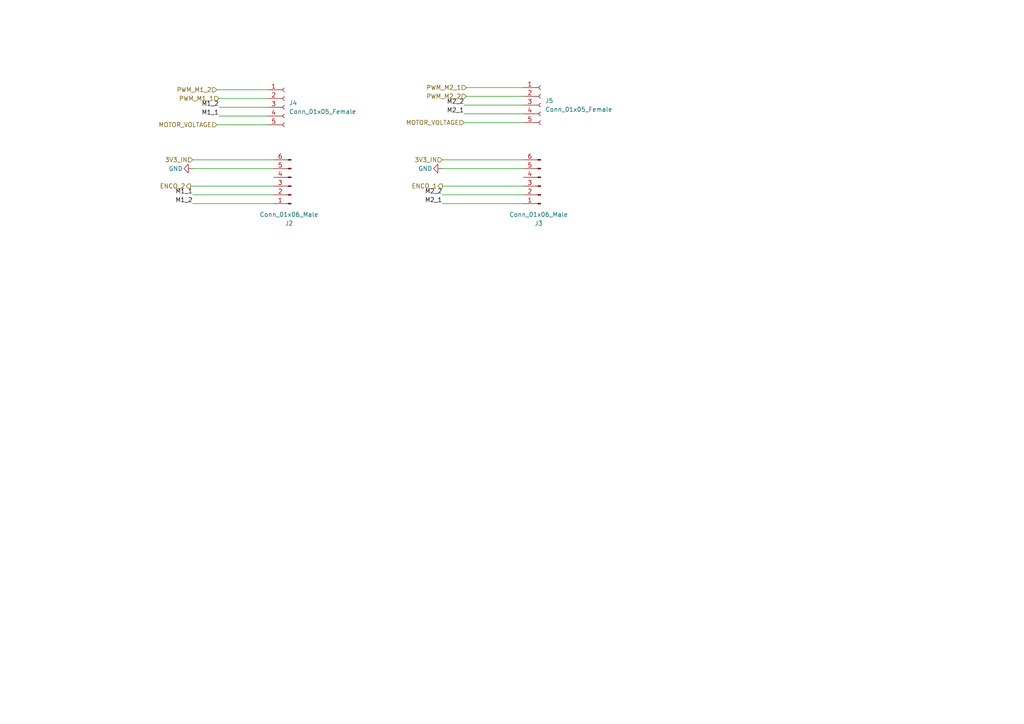
<source format=kicad_sch>
(kicad_sch (version 20211123) (generator eeschema)
  (paper "A4")
  (lib_symbols
    (symbol "Connector:Conn_01x05_Female" (pin_names (offset 1.016) hide)
      (property "Reference" "J" (at 0 7.62 0))
      (property "Value" "Conn_01x05_Female" (at 0 -7.62 0))
      (symbol "Conn_01x05_Female_1_1"
        (arc (start 0 -4.572) (mid -0.508 -5.08) (end 0 -5.588) (stroke (width 0.1524)))
        (arc (start 0 -2.032) (mid -0.508 -2.54) (end 0 -3.048) (stroke (width 0.1524)))
        (polyline (pts (xy -1.27 -5.08) (xy -0.508 -5.08)) (stroke (width 0.1524)))
        (polyline (pts (xy -1.27 -2.54) (xy -0.508 -2.54)) (stroke (width 0.1524)))
        (polyline (pts (xy -1.27 0) (xy -0.508 0)) (stroke (width 0.1524)))
        (polyline (pts (xy -1.27 2.54) (xy -0.508 2.54)) (stroke (width 0.1524)))
        (polyline (pts (xy -1.27 5.08) (xy -0.508 5.08)) (stroke (width 0.1524)))
        (arc (start 0 0.508) (mid -0.508 0) (end 0 -0.508) (stroke (width 0.1524)))
        (arc (start 0 3.048) (mid -0.508 2.54) (end 0 2.032) (stroke (width 0.1524)))
        (arc (start 0 5.588) (mid -0.508 5.08) (end 0 4.572) (stroke (width 0.1524)))
        (pin passive line (at -5.08 5.08 0) (length 3.81) (name "Pin_1") (number "1"))
        (pin passive line (at -5.08 2.54 0) (length 3.81) (name "Pin_2") (number "2"))
        (pin passive line (at -5.08 0 0) (length 3.81) (name "Pin_3") (number "3"))
        (pin passive line (at -5.08 -2.54 0) (length 3.81) (name "Pin_4") (number "4"))
        (pin passive line (at -5.08 -5.08 0) (length 3.81) (name "Pin_5") (number "5"))
      )
    )
    (symbol "Connector:Conn_01x06_Male" (pin_names (offset 1.016) hide)
      (property "Reference" "J" (at 0 7.62 0))
      (property "Value" "Conn_01x06_Male" (at 0 -10.16 0))
      (symbol "Conn_01x06_Male_1_1"
        (polyline (pts (xy 1.27 -7.62) (xy 0.8636 -7.62)) (stroke (width 0.1524)))
        (polyline (pts (xy 1.27 -5.08) (xy 0.8636 -5.08)) (stroke (width 0.1524)))
        (polyline (pts (xy 1.27 -2.54) (xy 0.8636 -2.54)) (stroke (width 0.1524)))
        (polyline (pts (xy 1.27 0) (xy 0.8636 0)) (stroke (width 0.1524)))
        (polyline (pts (xy 1.27 2.54) (xy 0.8636 2.54)) (stroke (width 0.1524)))
        (polyline (pts (xy 1.27 5.08) (xy 0.8636 5.08)) (stroke (width 0.1524)))
        (rectangle (start 0.8636 -7.493) (end 0 -7.747) (stroke (width 0.1524)) (fill (type outline)))
        (rectangle (start 0.8636 -4.953) (end 0 -5.207) (stroke (width 0.1524)) (fill (type outline)))
        (rectangle (start 0.8636 -2.413) (end 0 -2.667) (stroke (width 0.1524)) (fill (type outline)))
        (rectangle (start 0.8636 0.127) (end 0 -0.127) (stroke (width 0.1524)) (fill (type outline)))
        (rectangle (start 0.8636 2.667) (end 0 2.413) (stroke (width 0.1524)) (fill (type outline)))
        (rectangle (start 0.8636 5.207) (end 0 4.953) (stroke (width 0.1524)) (fill (type outline)))
        (pin passive line (at 5.08 5.08 180) (length 3.81) (name "Pin_1") (number "1"))
        (pin passive line (at 5.08 2.54 180) (length 3.81) (name "Pin_2") (number "2"))
        (pin passive line (at 5.08 0 180) (length 3.81) (name "Pin_3") (number "3"))
        (pin passive line (at 5.08 -2.54 180) (length 3.81) (name "Pin_4") (number "4"))
        (pin passive line (at 5.08 -5.08 180) (length 3.81) (name "Pin_5") (number "5"))
        (pin passive line (at 5.08 -7.62 180) (length 3.81) (name "Pin_6") (number "6"))
      )
    )
    (symbol "power:GND" (power) (pin_names (offset 0))
      (property "Value" "GND" (at 0 -3.81 0))
      (symbol "GND_0_1"
        (polyline (pts (xy 0 0) (xy 0 -1.27) (xy 1.27 -1.27) (xy 0 -2.54) (xy -1.27 -1.27) (xy 0 -1.27)))
      )
      (symbol "GND_1_1"
        (pin power_in line (at 0 0 270) (length 0) hide (name "GND") (number "1"))
      )
    )
  )
  (wire (pts (xy 128.27 56.515) (xy 151.765 56.515)))
  (wire (pts (xy 134.62 35.56) (xy 151.765 35.56)))
  (wire (pts (xy 63.5 31.115) (xy 77.47 31.115)))
  (wire (pts (xy 63.5 28.575) (xy 77.47 28.575)))
  (wire (pts (xy 55.88 59.055) (xy 79.375 59.055)))
  (wire (pts (xy 63.5 33.655) (xy 77.47 33.655)))
  (wire (pts (xy 134.62 30.48) (xy 151.765 30.48)))
  (wire (pts (xy 135.255 27.94) (xy 151.765 27.94)))
  (wire (pts (xy 55.88 56.515) (xy 79.375 56.515)))
  (wire (pts (xy 135.255 25.4) (xy 151.765 25.4)))
  (wire (pts (xy 128.27 48.895) (xy 151.765 48.895)))
  (wire (pts (xy 55.88 48.895) (xy 79.375 48.895)))
  (wire (pts (xy 128.27 46.355) (xy 151.765 46.355)))
  (wire (pts (xy 62.865 36.195) (xy 77.47 36.195)))
  (wire (pts (xy 134.62 33.02) (xy 151.765 33.02)))
  (wire (pts (xy 128.27 59.055) (xy 151.765 59.055)))
  (wire (pts (xy 55.88 46.355) (xy 79.375 46.355)))
  (wire (pts (xy 62.865 26.035) (xy 77.47 26.035)))
  (wire (pts (xy 55.245 53.975) (xy 79.375 53.975)))
  (wire (pts (xy 128.27 53.975) (xy 151.765 53.975)))
  (label "M1_2" (at 63.5 31.115 180))
  (label "M1_2" (at 55.88 59.055 180))
  (label "M2_2" (at 128.27 56.515 180))
  (label "M1_1" (at 55.88 56.515 180))
  (label "M2_2" (at 134.62 30.48 180))
  (label "M1_1" (at 63.5 33.655 180))
  (label "M2_1" (at 134.62 33.02 180))
  (label "M2_1" (at 128.27 59.055 180))
  (hierarchical_label "3V3_IN" (shape input) (at 55.88 46.355 180))
  (hierarchical_label "MOTOR_VOLTAGE" (shape input) (at 134.62 35.56 180))
  (hierarchical_label "PWM_M1_2" (shape input) (at 62.865 26.035 180))
  (hierarchical_label "MOTOR_VOLTAGE" (shape input) (at 62.865 36.195 180))
  (hierarchical_label "PWM_M1_1" (shape input) (at 63.5 28.575 180))
  (hierarchical_label "ENCO_2" (shape output) (at 55.245 53.975 180))
  (hierarchical_label "PWM_M2_1" (shape input) (at 135.255 25.4 180))
  (hierarchical_label "PWM_M2_2" (shape input) (at 135.255 27.94 180))
  (hierarchical_label "3V3_IN" (shape input) (at 128.27 46.355 180))
  (hierarchical_label "ENCO_1" (shape output) (at 128.27 53.975 180))
  (symbol (lib_id "Connector:Conn_01x06_Male") (at 156.845 53.975 180) (unit 1)
    (property "Reference" "J3" (at 156.21 64.77 0))
    (property "Value" "Conn_01x06_Male" (at 156.21 62.23 0))
    (property "Footprint" "Connector_Hirose:Hirose_DF13C_CL535-0406-3-51_1x06-1MP_P1.25mm_Vertical" (effects hide))
  )
  (symbol (lib_id "Connector:Conn_01x06_Male") (at 84.455 53.975 180) (unit 1)
    (property "Reference" "J2" (at 83.82 64.77 0))
    (property "Value" "Conn_01x06_Male" (at 83.82 62.23 0))
    (property "Footprint" "Connector_Hirose:Hirose_DF13C_CL535-0406-3-51_1x06-1MP_P1.25mm_Vertical" (effects hide))
  )
  (symbol (lib_id "Connector:Conn_01x05_Female") (at 82.55 31.115 0) (unit 1)
    (property "Reference" "J4" (at 83.82 29.8449 0) (effects (justify left)))
    (property "Value" "Conn_01x05_Female" (at 83.82 32.3849 0) (effects (justify left)))
    (property "Footprint" "Connector_Wire:SolderWire-0.75sqmm_1x05_P4.8mm_D1.25mm_OD2.3mm" (effects hide))
  )
  (symbol (lib_id "power:GND") (at 128.27 48.895 270) (unit 1)
    (property "Reference" "#PWR0114" (effects hide))
    (property "Value" "GND" (at 121.285 48.895 90) (effects (justify left)))
  )
  (symbol (lib_id "Connector:Conn_01x05_Female") (at 156.845 30.48 0) (unit 1)
    (property "Reference" "J5" (at 158.115 29.2099 0) (effects (justify left)))
    (property "Value" "Conn_01x05_Female" (at 158.115 31.7499 0) (effects (justify left)))
    (property "Footprint" "Connector_Wire:SolderWire-0.75sqmm_1x05_P4.8mm_D1.25mm_OD2.3mm" (effects hide))
  )
  (symbol (lib_id "power:GND") (at 55.88 48.895 270) (unit 1)
    (property "Reference" "#PWR0121" (effects hide))
    (property "Value" "GND" (at 48.895 48.895 90) (effects (justify left)))
  )
)
</source>
